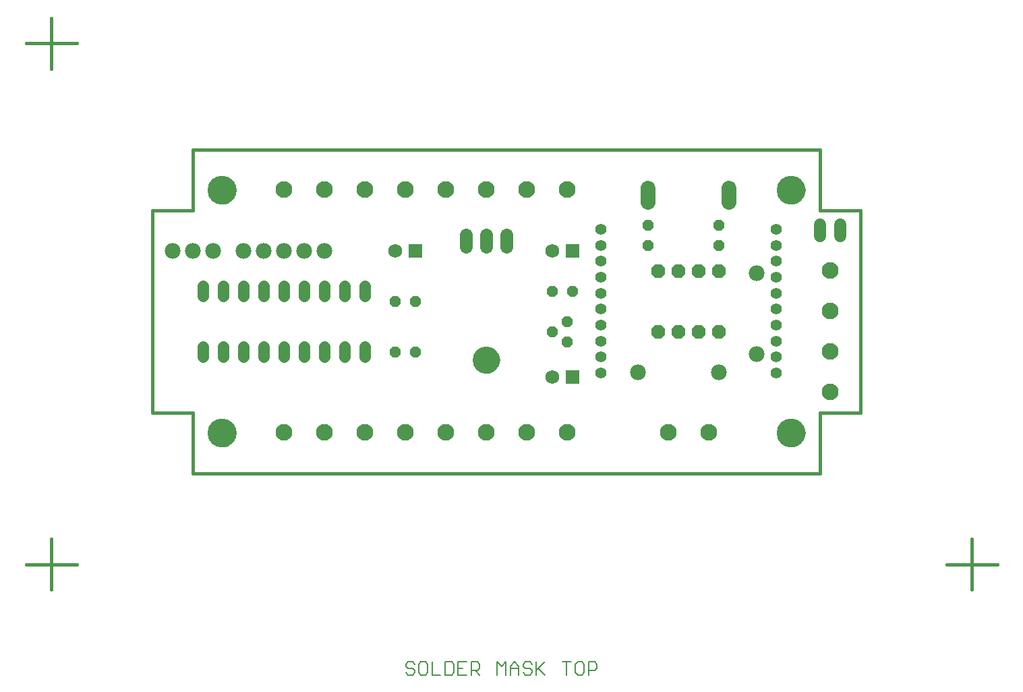
<source format=gts>
G75*
G70*
%OFA0B0*%
%FSLAX24Y24*%
%IPPOS*%
%LPD*%
%AMOC8*
5,1,8,0,0,1.08239X$1,22.5*
%
%ADD10C,0.0160*%
%ADD11C,0.0000*%
%ADD12C,0.1418*%
%ADD13C,0.0060*%
%ADD14OC8,0.0670*%
%ADD15C,0.0827*%
%ADD16OC8,0.0560*%
%ADD17C,0.0640*%
%ADD18C,0.1340*%
%ADD19R,0.0690X0.0690*%
%ADD20C,0.0690*%
%ADD21C,0.0780*%
%ADD22C,0.0555*%
%ADD23C,0.0560*%
%ADD24C,0.0740*%
%ADD25C,0.0600*%
D10*
X004331Y004583D02*
X004331Y007083D01*
X003081Y005833D02*
X005581Y005833D01*
X011331Y010333D02*
X011331Y013333D01*
X009331Y013333D01*
X009331Y023333D01*
X011331Y023333D01*
X011331Y026333D01*
X042331Y026333D01*
X042331Y023333D01*
X044331Y023333D01*
X044331Y013333D01*
X042331Y013333D01*
X042331Y010333D01*
X011331Y010333D01*
X004331Y030333D02*
X004331Y032833D01*
X003081Y031583D02*
X005581Y031583D01*
X048581Y005833D02*
X051081Y005833D01*
X049831Y004583D02*
X049831Y007083D01*
D11*
X040204Y012333D02*
X040206Y012385D01*
X040212Y012437D01*
X040222Y012488D01*
X040235Y012538D01*
X040253Y012588D01*
X040274Y012635D01*
X040298Y012681D01*
X040327Y012725D01*
X040358Y012767D01*
X040392Y012806D01*
X040429Y012843D01*
X040469Y012876D01*
X040512Y012907D01*
X040556Y012934D01*
X040602Y012958D01*
X040651Y012978D01*
X040700Y012994D01*
X040751Y013007D01*
X040802Y013016D01*
X040854Y013021D01*
X040906Y013022D01*
X040958Y013019D01*
X041010Y013012D01*
X041061Y013001D01*
X041111Y012987D01*
X041160Y012968D01*
X041207Y012946D01*
X041252Y012921D01*
X041296Y012892D01*
X041337Y012860D01*
X041376Y012825D01*
X041411Y012787D01*
X041444Y012746D01*
X041474Y012704D01*
X041500Y012659D01*
X041523Y012612D01*
X041542Y012563D01*
X041558Y012513D01*
X041570Y012463D01*
X041578Y012411D01*
X041582Y012359D01*
X041582Y012307D01*
X041578Y012255D01*
X041570Y012203D01*
X041558Y012153D01*
X041542Y012103D01*
X041523Y012054D01*
X041500Y012007D01*
X041474Y011962D01*
X041444Y011920D01*
X041411Y011879D01*
X041376Y011841D01*
X041337Y011806D01*
X041296Y011774D01*
X041252Y011745D01*
X041207Y011720D01*
X041160Y011698D01*
X041111Y011679D01*
X041061Y011665D01*
X041010Y011654D01*
X040958Y011647D01*
X040906Y011644D01*
X040854Y011645D01*
X040802Y011650D01*
X040751Y011659D01*
X040700Y011672D01*
X040651Y011688D01*
X040602Y011708D01*
X040556Y011732D01*
X040512Y011759D01*
X040469Y011790D01*
X040429Y011823D01*
X040392Y011860D01*
X040358Y011899D01*
X040327Y011941D01*
X040298Y011985D01*
X040274Y012031D01*
X040253Y012078D01*
X040235Y012128D01*
X040222Y012178D01*
X040212Y012229D01*
X040206Y012281D01*
X040204Y012333D01*
X025181Y015933D02*
X025183Y015983D01*
X025189Y016033D01*
X025199Y016083D01*
X025212Y016131D01*
X025229Y016179D01*
X025250Y016225D01*
X025274Y016269D01*
X025302Y016311D01*
X025333Y016351D01*
X025367Y016388D01*
X025404Y016423D01*
X025443Y016454D01*
X025484Y016483D01*
X025528Y016508D01*
X025574Y016530D01*
X025621Y016548D01*
X025669Y016562D01*
X025718Y016573D01*
X025768Y016580D01*
X025818Y016583D01*
X025869Y016582D01*
X025919Y016577D01*
X025969Y016568D01*
X026017Y016556D01*
X026065Y016539D01*
X026111Y016519D01*
X026156Y016496D01*
X026199Y016469D01*
X026239Y016439D01*
X026277Y016406D01*
X026312Y016370D01*
X026345Y016331D01*
X026374Y016290D01*
X026400Y016247D01*
X026423Y016202D01*
X026442Y016155D01*
X026457Y016107D01*
X026469Y016058D01*
X026477Y016008D01*
X026481Y015958D01*
X026481Y015908D01*
X026477Y015858D01*
X026469Y015808D01*
X026457Y015759D01*
X026442Y015711D01*
X026423Y015664D01*
X026400Y015619D01*
X026374Y015576D01*
X026345Y015535D01*
X026312Y015496D01*
X026277Y015460D01*
X026239Y015427D01*
X026199Y015397D01*
X026156Y015370D01*
X026111Y015347D01*
X026065Y015327D01*
X026017Y015310D01*
X025969Y015298D01*
X025919Y015289D01*
X025869Y015284D01*
X025818Y015283D01*
X025768Y015286D01*
X025718Y015293D01*
X025669Y015304D01*
X025621Y015318D01*
X025574Y015336D01*
X025528Y015358D01*
X025484Y015383D01*
X025443Y015412D01*
X025404Y015443D01*
X025367Y015478D01*
X025333Y015515D01*
X025302Y015555D01*
X025274Y015597D01*
X025250Y015641D01*
X025229Y015687D01*
X025212Y015735D01*
X025199Y015783D01*
X025189Y015833D01*
X025183Y015883D01*
X025181Y015933D01*
X012079Y012333D02*
X012081Y012385D01*
X012087Y012437D01*
X012097Y012488D01*
X012110Y012538D01*
X012128Y012588D01*
X012149Y012635D01*
X012173Y012681D01*
X012202Y012725D01*
X012233Y012767D01*
X012267Y012806D01*
X012304Y012843D01*
X012344Y012876D01*
X012387Y012907D01*
X012431Y012934D01*
X012477Y012958D01*
X012526Y012978D01*
X012575Y012994D01*
X012626Y013007D01*
X012677Y013016D01*
X012729Y013021D01*
X012781Y013022D01*
X012833Y013019D01*
X012885Y013012D01*
X012936Y013001D01*
X012986Y012987D01*
X013035Y012968D01*
X013082Y012946D01*
X013127Y012921D01*
X013171Y012892D01*
X013212Y012860D01*
X013251Y012825D01*
X013286Y012787D01*
X013319Y012746D01*
X013349Y012704D01*
X013375Y012659D01*
X013398Y012612D01*
X013417Y012563D01*
X013433Y012513D01*
X013445Y012463D01*
X013453Y012411D01*
X013457Y012359D01*
X013457Y012307D01*
X013453Y012255D01*
X013445Y012203D01*
X013433Y012153D01*
X013417Y012103D01*
X013398Y012054D01*
X013375Y012007D01*
X013349Y011962D01*
X013319Y011920D01*
X013286Y011879D01*
X013251Y011841D01*
X013212Y011806D01*
X013171Y011774D01*
X013127Y011745D01*
X013082Y011720D01*
X013035Y011698D01*
X012986Y011679D01*
X012936Y011665D01*
X012885Y011654D01*
X012833Y011647D01*
X012781Y011644D01*
X012729Y011645D01*
X012677Y011650D01*
X012626Y011659D01*
X012575Y011672D01*
X012526Y011688D01*
X012477Y011708D01*
X012431Y011732D01*
X012387Y011759D01*
X012344Y011790D01*
X012304Y011823D01*
X012267Y011860D01*
X012233Y011899D01*
X012202Y011941D01*
X012173Y011985D01*
X012149Y012031D01*
X012128Y012078D01*
X012110Y012128D01*
X012097Y012178D01*
X012087Y012229D01*
X012081Y012281D01*
X012079Y012333D01*
X012079Y024333D02*
X012081Y024385D01*
X012087Y024437D01*
X012097Y024488D01*
X012110Y024538D01*
X012128Y024588D01*
X012149Y024635D01*
X012173Y024681D01*
X012202Y024725D01*
X012233Y024767D01*
X012267Y024806D01*
X012304Y024843D01*
X012344Y024876D01*
X012387Y024907D01*
X012431Y024934D01*
X012477Y024958D01*
X012526Y024978D01*
X012575Y024994D01*
X012626Y025007D01*
X012677Y025016D01*
X012729Y025021D01*
X012781Y025022D01*
X012833Y025019D01*
X012885Y025012D01*
X012936Y025001D01*
X012986Y024987D01*
X013035Y024968D01*
X013082Y024946D01*
X013127Y024921D01*
X013171Y024892D01*
X013212Y024860D01*
X013251Y024825D01*
X013286Y024787D01*
X013319Y024746D01*
X013349Y024704D01*
X013375Y024659D01*
X013398Y024612D01*
X013417Y024563D01*
X013433Y024513D01*
X013445Y024463D01*
X013453Y024411D01*
X013457Y024359D01*
X013457Y024307D01*
X013453Y024255D01*
X013445Y024203D01*
X013433Y024153D01*
X013417Y024103D01*
X013398Y024054D01*
X013375Y024007D01*
X013349Y023962D01*
X013319Y023920D01*
X013286Y023879D01*
X013251Y023841D01*
X013212Y023806D01*
X013171Y023774D01*
X013127Y023745D01*
X013082Y023720D01*
X013035Y023698D01*
X012986Y023679D01*
X012936Y023665D01*
X012885Y023654D01*
X012833Y023647D01*
X012781Y023644D01*
X012729Y023645D01*
X012677Y023650D01*
X012626Y023659D01*
X012575Y023672D01*
X012526Y023688D01*
X012477Y023708D01*
X012431Y023732D01*
X012387Y023759D01*
X012344Y023790D01*
X012304Y023823D01*
X012267Y023860D01*
X012233Y023899D01*
X012202Y023941D01*
X012173Y023985D01*
X012149Y024031D01*
X012128Y024078D01*
X012110Y024128D01*
X012097Y024178D01*
X012087Y024229D01*
X012081Y024281D01*
X012079Y024333D01*
X040204Y024333D02*
X040206Y024385D01*
X040212Y024437D01*
X040222Y024488D01*
X040235Y024538D01*
X040253Y024588D01*
X040274Y024635D01*
X040298Y024681D01*
X040327Y024725D01*
X040358Y024767D01*
X040392Y024806D01*
X040429Y024843D01*
X040469Y024876D01*
X040512Y024907D01*
X040556Y024934D01*
X040602Y024958D01*
X040651Y024978D01*
X040700Y024994D01*
X040751Y025007D01*
X040802Y025016D01*
X040854Y025021D01*
X040906Y025022D01*
X040958Y025019D01*
X041010Y025012D01*
X041061Y025001D01*
X041111Y024987D01*
X041160Y024968D01*
X041207Y024946D01*
X041252Y024921D01*
X041296Y024892D01*
X041337Y024860D01*
X041376Y024825D01*
X041411Y024787D01*
X041444Y024746D01*
X041474Y024704D01*
X041500Y024659D01*
X041523Y024612D01*
X041542Y024563D01*
X041558Y024513D01*
X041570Y024463D01*
X041578Y024411D01*
X041582Y024359D01*
X041582Y024307D01*
X041578Y024255D01*
X041570Y024203D01*
X041558Y024153D01*
X041542Y024103D01*
X041523Y024054D01*
X041500Y024007D01*
X041474Y023962D01*
X041444Y023920D01*
X041411Y023879D01*
X041376Y023841D01*
X041337Y023806D01*
X041296Y023774D01*
X041252Y023745D01*
X041207Y023720D01*
X041160Y023698D01*
X041111Y023679D01*
X041061Y023665D01*
X041010Y023654D01*
X040958Y023647D01*
X040906Y023644D01*
X040854Y023645D01*
X040802Y023650D01*
X040751Y023659D01*
X040700Y023672D01*
X040651Y023688D01*
X040602Y023708D01*
X040556Y023732D01*
X040512Y023759D01*
X040469Y023790D01*
X040429Y023823D01*
X040392Y023860D01*
X040358Y023899D01*
X040327Y023941D01*
X040298Y023985D01*
X040274Y024031D01*
X040253Y024078D01*
X040235Y024128D01*
X040222Y024178D01*
X040212Y024229D01*
X040206Y024281D01*
X040204Y024333D01*
D12*
X040893Y024333D03*
X040893Y012333D03*
X012768Y012333D03*
X012768Y024333D03*
D13*
X021968Y001004D02*
X021861Y000897D01*
X021861Y000790D01*
X021968Y000684D01*
X022181Y000684D01*
X022288Y000577D01*
X022288Y000470D01*
X022181Y000363D01*
X021968Y000363D01*
X021861Y000470D01*
X022288Y000897D02*
X022181Y001004D01*
X021968Y001004D01*
X022506Y000897D02*
X022506Y000470D01*
X022612Y000363D01*
X022826Y000363D01*
X022933Y000470D01*
X022933Y000897D01*
X022826Y001004D01*
X022612Y001004D01*
X022506Y000897D01*
X023150Y001004D02*
X023150Y000363D01*
X023577Y000363D01*
X023795Y000363D02*
X024115Y000363D01*
X024222Y000470D01*
X024222Y000897D01*
X024115Y001004D01*
X023795Y001004D01*
X023795Y000363D01*
X024439Y000363D02*
X024866Y000363D01*
X025084Y000363D02*
X025084Y001004D01*
X025404Y001004D01*
X025511Y000897D01*
X025511Y000684D01*
X025404Y000577D01*
X025084Y000577D01*
X025297Y000577D02*
X025511Y000363D01*
X024653Y000684D02*
X024439Y000684D01*
X024439Y001004D02*
X024439Y000363D01*
X024439Y001004D02*
X024866Y001004D01*
X026373Y001004D02*
X026373Y000363D01*
X026800Y000363D02*
X026800Y001004D01*
X026586Y000790D01*
X026373Y001004D01*
X027017Y000790D02*
X027231Y001004D01*
X027444Y000790D01*
X027444Y000363D01*
X027662Y000470D02*
X027769Y000363D01*
X027982Y000363D01*
X028089Y000470D01*
X028089Y000577D01*
X027982Y000684D01*
X027769Y000684D01*
X027662Y000790D01*
X027662Y000897D01*
X027769Y001004D01*
X027982Y001004D01*
X028089Y000897D01*
X028306Y001004D02*
X028306Y000363D01*
X028306Y000577D02*
X028733Y001004D01*
X028413Y000684D02*
X028733Y000363D01*
X029596Y001004D02*
X030023Y001004D01*
X029809Y001004D02*
X029809Y000363D01*
X030240Y000470D02*
X030347Y000363D01*
X030560Y000363D01*
X030667Y000470D01*
X030667Y000897D01*
X030560Y001004D01*
X030347Y001004D01*
X030240Y000897D01*
X030240Y000470D01*
X030885Y000363D02*
X030885Y001004D01*
X031205Y001004D01*
X031312Y000897D01*
X031312Y000684D01*
X031205Y000577D01*
X030885Y000577D01*
X027444Y000684D02*
X027017Y000684D01*
X027017Y000790D02*
X027017Y000363D01*
D14*
X034331Y017333D03*
X035331Y017333D03*
X036331Y017333D03*
X037331Y017333D03*
X037331Y020333D03*
X036331Y020333D03*
X035331Y020333D03*
X034331Y020333D03*
D15*
X029823Y024343D03*
X027823Y024343D03*
X025823Y024343D03*
X023823Y024343D03*
X021823Y024343D03*
X019823Y024343D03*
X017823Y024343D03*
X015823Y024343D03*
X015823Y012343D03*
X017823Y012343D03*
X019823Y012343D03*
X021823Y012343D03*
X023823Y012343D03*
X025823Y012343D03*
X027823Y012343D03*
X029823Y012343D03*
X034823Y012343D03*
X036823Y012343D03*
X042841Y014342D03*
X042841Y016342D03*
X042841Y018342D03*
X042841Y020342D03*
D16*
X037331Y021583D03*
X037331Y022583D03*
X033831Y022583D03*
X033831Y021583D03*
X030081Y019333D03*
X029081Y019333D03*
X029831Y017833D03*
X029081Y017333D03*
X029831Y016833D03*
X022331Y016333D03*
X021331Y016333D03*
X021331Y018833D03*
X022331Y018833D03*
D17*
X024831Y021533D02*
X024831Y022133D01*
X025831Y022133D02*
X025831Y021533D01*
X026831Y021533D02*
X026831Y022133D01*
D18*
X025831Y015933D03*
D19*
X030081Y015083D03*
X030081Y021333D03*
X022331Y021333D03*
D20*
X021331Y021333D03*
X029081Y021333D03*
X029081Y015083D03*
D21*
X033331Y015333D03*
X037331Y015333D03*
X039206Y016208D03*
X039206Y020208D03*
X017831Y021333D03*
X016831Y021333D03*
X015831Y021333D03*
X014831Y021333D03*
X013831Y021333D03*
X012331Y021333D03*
X011331Y021333D03*
X010331Y021333D03*
D22*
X031500Y021589D03*
X031500Y020802D03*
X031500Y020014D03*
X031500Y019227D03*
X031500Y018440D03*
X031500Y017652D03*
X031500Y016865D03*
X031500Y016077D03*
X031500Y015290D03*
X040162Y015290D03*
X040162Y016077D03*
X040162Y016865D03*
X040162Y017652D03*
X040162Y018440D03*
X040162Y019227D03*
X040162Y020014D03*
X040162Y020802D03*
X040162Y021589D03*
X040162Y022377D03*
X031500Y022377D03*
D23*
X019831Y019593D02*
X019831Y019073D01*
X018831Y019073D02*
X018831Y019593D01*
X017831Y019593D02*
X017831Y019073D01*
X016831Y019073D02*
X016831Y019593D01*
X015831Y019593D02*
X015831Y019073D01*
X014831Y019073D02*
X014831Y019593D01*
X013831Y019593D02*
X013831Y019073D01*
X012831Y019073D02*
X012831Y019593D01*
X011831Y019593D02*
X011831Y019073D01*
X011831Y016593D02*
X011831Y016073D01*
X012831Y016073D02*
X012831Y016593D01*
X013831Y016593D02*
X013831Y016073D01*
X014831Y016073D02*
X014831Y016593D01*
X015831Y016593D02*
X015831Y016073D01*
X016831Y016073D02*
X016831Y016593D01*
X017831Y016593D02*
X017831Y016073D01*
X018831Y016073D02*
X018831Y016593D01*
X019831Y016593D02*
X019831Y016073D01*
D24*
X033831Y023733D02*
X033831Y024433D01*
X037831Y024433D02*
X037831Y023733D01*
D25*
X042331Y022613D02*
X042331Y022053D01*
X043331Y022053D02*
X043331Y022613D01*
M02*

</source>
